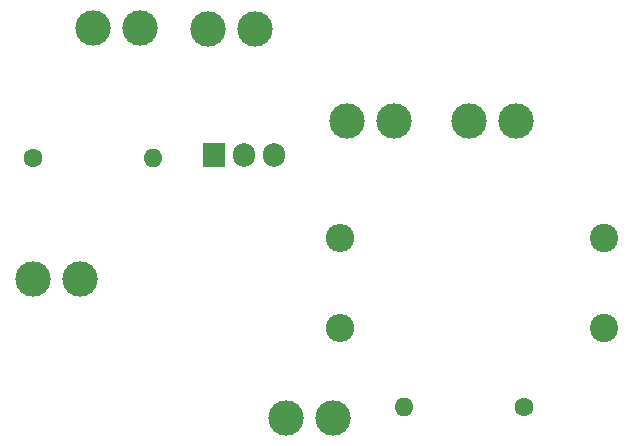
<source format=gbl>
G04 #@! TF.GenerationSoftware,KiCad,Pcbnew,(5.1.2)-1*
G04 #@! TF.CreationDate,2019-12-31T23:39:51-05:00*
G04 #@! TF.ProjectId,modulator,6d6f6475-6c61-4746-9f72-2e6b69636164,rev?*
G04 #@! TF.SameCoordinates,Original*
G04 #@! TF.FileFunction,Copper,L2,Bot*
G04 #@! TF.FilePolarity,Positive*
%FSLAX46Y46*%
G04 Gerber Fmt 4.6, Leading zero omitted, Abs format (unit mm)*
G04 Created by KiCad (PCBNEW (5.1.2)-1) date 2019-12-31 23:39:51*
%MOMM*%
%LPD*%
G04 APERTURE LIST*
%ADD10R,1.905000X2.000000*%
%ADD11O,1.905000X2.000000*%
%ADD12O,1.600000X1.600000*%
%ADD13C,1.600000*%
%ADD14C,2.400000*%
%ADD15O,2.400000X2.400000*%
%ADD16C,3.000000*%
G04 APERTURE END LIST*
D10*
X191000000Y-53400000D03*
D11*
X193540000Y-53400000D03*
X196080000Y-53400000D03*
D12*
X185860000Y-53600000D03*
D13*
X175700000Y-53600000D03*
D12*
X207140000Y-74700000D03*
D13*
X217300000Y-74700000D03*
D14*
X224100000Y-68000000D03*
D15*
X201700000Y-68000000D03*
X201700000Y-60400000D03*
D14*
X224100000Y-60400000D03*
D16*
X179700000Y-63900000D03*
X175700000Y-63900000D03*
X180800000Y-42600000D03*
X184800000Y-42600000D03*
X201100000Y-75600000D03*
X197100000Y-75600000D03*
X190500000Y-42700000D03*
X194500000Y-42700000D03*
X206300000Y-50500000D03*
X202300000Y-50500000D03*
X212600000Y-50500000D03*
X216600000Y-50500000D03*
M02*

</source>
